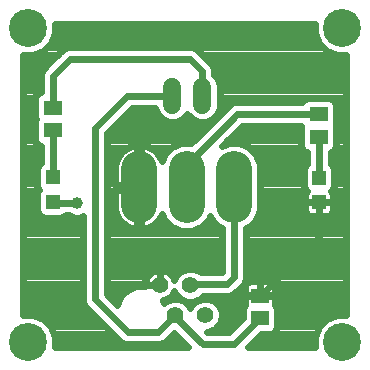
<source format=gtl>
G75*
%MOIN*%
%OFA0B0*%
%FSLAX24Y24*%
%IPPOS*%
%LPD*%
%AMOC8*
5,1,8,0,0,1.08239X$1,22.5*
%
%ADD10C,0.0560*%
%ADD11C,0.0594*%
%ADD12C,0.1185*%
%ADD13R,0.0591X0.0512*%
%ADD14R,0.0630X0.0512*%
%ADD15R,0.0472X0.0472*%
%ADD16C,0.0240*%
%ADD17C,0.0396*%
%ADD18C,0.1266*%
D10*
X005259Y002787D03*
X006259Y002787D03*
X005759Y001787D03*
X006759Y001787D03*
D11*
X006669Y008801D02*
X006669Y009395D01*
X005669Y009395D02*
X005669Y008801D01*
D12*
X006141Y006647D02*
X006141Y005462D01*
X004561Y005462D02*
X004561Y006647D01*
X007721Y006647D02*
X007721Y005462D01*
D13*
X008590Y002440D03*
X008590Y001692D03*
D14*
X010543Y007736D03*
X010543Y008484D03*
X001677Y008704D03*
X001677Y007956D03*
D15*
X001677Y006381D03*
X001677Y005555D03*
X010555Y005547D03*
X010555Y006374D03*
D16*
X010543Y006385D01*
X010543Y007736D01*
X010940Y007214D02*
X011015Y007245D01*
X011093Y007323D01*
X011135Y007425D01*
X011135Y008047D01*
X011109Y008110D01*
X011135Y008173D01*
X011135Y008795D01*
X011093Y008897D01*
X011015Y008975D01*
X010913Y009017D01*
X010173Y009017D01*
X010071Y008975D01*
X009993Y008897D01*
X009986Y008881D01*
X007735Y008881D01*
X007589Y008821D01*
X007478Y008709D01*
X006286Y007517D01*
X005968Y007517D01*
X005648Y007385D01*
X005404Y007140D01*
X005320Y006938D01*
X005292Y007007D01*
X005238Y007100D01*
X005173Y007184D01*
X005098Y007259D01*
X005014Y007324D01*
X004921Y007377D01*
X004823Y007418D01*
X004720Y007446D01*
X004639Y007456D01*
X004639Y006132D01*
X004484Y006132D01*
X004484Y007456D01*
X004402Y007446D01*
X004300Y007418D01*
X004201Y007377D01*
X004109Y007324D01*
X004024Y007259D01*
X003949Y007184D01*
X003884Y007100D01*
X003831Y007007D01*
X003790Y006909D01*
X003763Y006806D01*
X003749Y006700D01*
X003749Y006132D01*
X004484Y006132D01*
X004484Y005977D01*
X004639Y005977D01*
X004639Y004653D01*
X004720Y004664D01*
X004823Y004691D01*
X004921Y004732D01*
X005014Y004785D01*
X005098Y004850D01*
X005173Y004925D01*
X005238Y005010D01*
X005292Y005102D01*
X005320Y005171D01*
X005404Y004969D01*
X005648Y004725D01*
X005968Y004592D01*
X006314Y004592D01*
X006634Y004725D01*
X006879Y004969D01*
X006931Y005096D01*
X006984Y004969D01*
X007228Y004725D01*
X007324Y004685D01*
X007324Y003225D01*
X007316Y003217D01*
X006617Y003217D01*
X006575Y003260D01*
X006370Y003344D01*
X006148Y003344D01*
X005944Y003260D01*
X005787Y003103D01*
X005728Y002962D01*
X005723Y002979D01*
X005687Y003049D01*
X005641Y003113D01*
X005585Y003168D01*
X005521Y003215D01*
X005451Y003250D01*
X005376Y003275D01*
X005299Y003287D01*
X005259Y003287D01*
X005220Y003287D01*
X005142Y003275D01*
X005067Y003250D01*
X004997Y003215D01*
X004934Y003168D01*
X004878Y003113D01*
X004832Y003049D01*
X004796Y002979D01*
X004772Y002904D01*
X004759Y002826D01*
X004759Y002787D01*
X005259Y002787D01*
X005259Y002787D01*
X004759Y002787D01*
X004759Y002748D01*
X004760Y002746D01*
X004459Y002746D01*
X004160Y002622D01*
X003930Y002392D01*
X003825Y002138D01*
X003478Y002485D01*
X003478Y007855D01*
X004323Y008700D01*
X005094Y008700D01*
X005094Y008687D01*
X005182Y008476D01*
X005343Y008314D01*
X005555Y008227D01*
X005783Y008227D01*
X005994Y008314D01*
X006156Y008476D01*
X006169Y008507D01*
X006182Y008476D01*
X006343Y008314D01*
X006555Y008227D01*
X006783Y008227D01*
X006994Y008314D01*
X007156Y008476D01*
X007243Y008687D01*
X007243Y009509D01*
X007156Y009720D01*
X007066Y009810D01*
X007066Y009992D01*
X007006Y010138D01*
X006581Y010563D01*
X006581Y010563D01*
X006469Y010675D01*
X006323Y010736D01*
X002188Y010736D01*
X002042Y010675D01*
X001930Y010563D01*
X001452Y010085D01*
X001340Y009973D01*
X001279Y009827D01*
X001279Y009226D01*
X001205Y009195D01*
X001126Y009117D01*
X001084Y009015D01*
X001084Y008393D01*
X001110Y008330D01*
X001084Y008267D01*
X001084Y007645D01*
X001126Y007543D01*
X001205Y007465D01*
X001279Y007434D01*
X001279Y006849D01*
X001205Y006775D01*
X001163Y006673D01*
X001163Y006090D01*
X001205Y005988D01*
X001225Y005968D01*
X001205Y005948D01*
X001163Y005846D01*
X001163Y005263D01*
X001205Y005161D01*
X001283Y005083D01*
X001385Y005041D01*
X001968Y005041D01*
X002070Y005083D01*
X002109Y005123D01*
X002206Y005123D01*
X002211Y005117D01*
X002386Y005044D01*
X002575Y005044D01*
X002683Y005089D01*
X002683Y002241D01*
X002744Y002095D01*
X003844Y000995D01*
X003955Y000883D01*
X004102Y000823D01*
X005272Y000823D01*
X005418Y000883D01*
X005737Y001202D01*
X006199Y000740D01*
X001760Y000740D01*
X001760Y001070D01*
X001622Y001405D01*
X001366Y001661D01*
X001031Y001800D01*
X000701Y001800D01*
X000701Y010451D01*
X001031Y010451D01*
X001366Y010590D01*
X001622Y010846D01*
X001760Y011181D01*
X001760Y011511D01*
X010412Y011511D01*
X010412Y011181D01*
X010550Y010846D01*
X010807Y010590D01*
X011141Y010451D01*
X011472Y010451D01*
X011472Y001800D01*
X011141Y001800D01*
X010807Y001661D01*
X010550Y001405D01*
X010412Y001070D01*
X010412Y000740D01*
X008200Y000740D01*
X008619Y001159D01*
X008941Y001159D01*
X009043Y001201D01*
X009121Y001279D01*
X009163Y001381D01*
X009163Y002004D01*
X009121Y002106D01*
X009098Y002128D01*
X011472Y002128D01*
X011472Y001890D02*
X009163Y001890D01*
X009163Y001651D02*
X010796Y001651D01*
X010558Y001413D02*
X009163Y001413D01*
X008977Y001174D02*
X010455Y001174D01*
X010412Y000936D02*
X008395Y000936D01*
X007718Y000820D02*
X008590Y001692D01*
X008082Y002128D02*
X008060Y002106D01*
X008017Y002004D01*
X008017Y001682D01*
X007553Y001217D01*
X006845Y001217D01*
X006833Y001229D01*
X006870Y001229D01*
X007075Y001314D01*
X007232Y001471D01*
X007317Y001676D01*
X007317Y001898D01*
X007232Y002103D01*
X007075Y002260D01*
X006870Y002344D01*
X006648Y002344D01*
X006444Y002260D01*
X006287Y002103D01*
X006259Y002037D01*
X006232Y002103D01*
X006075Y002260D01*
X005870Y002344D01*
X005648Y002344D01*
X005444Y002260D01*
X005390Y002206D01*
X005353Y002296D01*
X005376Y002299D01*
X005451Y002324D01*
X005521Y002359D01*
X005585Y002406D01*
X005641Y002461D01*
X005687Y002525D01*
X005723Y002595D01*
X005728Y002612D01*
X005787Y002471D01*
X005944Y002314D01*
X006148Y002229D01*
X006370Y002229D01*
X006575Y002314D01*
X006683Y002423D01*
X007560Y002423D01*
X007706Y002483D01*
X007818Y002595D01*
X008058Y002835D01*
X008119Y002982D01*
X008119Y004685D01*
X008214Y004725D01*
X008459Y004969D01*
X008591Y005289D01*
X008591Y006820D01*
X008459Y007140D01*
X008214Y007385D01*
X007894Y007517D01*
X007548Y007517D01*
X007312Y007419D01*
X007979Y008086D01*
X009967Y008086D01*
X009950Y008047D01*
X009950Y007425D01*
X009993Y007323D01*
X010071Y007245D01*
X010145Y007214D01*
X010145Y006829D01*
X010083Y006767D01*
X010041Y006665D01*
X010041Y006082D01*
X010083Y005980D01*
X010144Y005920D01*
X010142Y005918D01*
X010113Y005868D01*
X010098Y005812D01*
X010098Y005547D01*
X010555Y005547D01*
X011011Y005547D01*
X011011Y005812D01*
X010996Y005868D01*
X010967Y005918D01*
X010965Y005920D01*
X011026Y005980D01*
X011068Y006082D01*
X011068Y006665D01*
X011026Y006767D01*
X010948Y006845D01*
X010940Y006848D01*
X010940Y007214D01*
X010940Y007137D02*
X011472Y007137D01*
X011472Y007375D02*
X011115Y007375D01*
X011135Y007614D02*
X011472Y007614D01*
X011472Y007852D02*
X011135Y007852D01*
X011117Y008091D02*
X011472Y008091D01*
X011472Y008329D02*
X011135Y008329D01*
X011135Y008568D02*
X011472Y008568D01*
X011472Y008806D02*
X011131Y008806D01*
X011472Y009045D02*
X007243Y009045D01*
X007243Y009283D02*
X011472Y009283D01*
X011472Y009522D02*
X007238Y009522D01*
X007116Y009760D02*
X011472Y009760D01*
X011472Y009999D02*
X007064Y009999D01*
X006907Y010237D02*
X011472Y010237D01*
X011083Y010476D02*
X006668Y010476D01*
X006375Y010714D02*
X010682Y010714D01*
X010506Y010953D02*
X001666Y010953D01*
X001760Y011191D02*
X010412Y011191D01*
X010412Y011430D02*
X001760Y011430D01*
X001490Y010714D02*
X002136Y010714D01*
X001843Y010476D02*
X001090Y010476D01*
X000701Y010237D02*
X001604Y010237D01*
X001452Y010085D02*
X001452Y010085D01*
X001366Y009999D02*
X000701Y009999D01*
X000701Y009760D02*
X001279Y009760D01*
X001279Y009522D02*
X000701Y009522D01*
X000701Y009283D02*
X001279Y009283D01*
X001096Y009045D02*
X000701Y009045D01*
X000701Y008806D02*
X001084Y008806D01*
X001084Y008568D02*
X000701Y008568D01*
X000701Y008329D02*
X001110Y008329D01*
X001084Y008091D02*
X000701Y008091D01*
X000701Y007852D02*
X001084Y007852D01*
X001097Y007614D02*
X000701Y007614D01*
X000701Y007375D02*
X001279Y007375D01*
X001279Y007137D02*
X000701Y007137D01*
X000701Y006898D02*
X001279Y006898D01*
X001163Y006660D02*
X000701Y006660D01*
X000701Y006421D02*
X001163Y006421D01*
X001163Y006183D02*
X000701Y006183D01*
X000701Y005944D02*
X001204Y005944D01*
X001163Y005706D02*
X000701Y005706D01*
X000701Y005467D02*
X001163Y005467D01*
X001177Y005229D02*
X000701Y005229D01*
X000701Y004990D02*
X002683Y004990D01*
X002683Y004752D02*
X000701Y004752D01*
X000701Y004513D02*
X002683Y004513D01*
X002683Y004275D02*
X000701Y004275D01*
X000701Y004036D02*
X002683Y004036D01*
X002683Y003798D02*
X000701Y003798D01*
X000701Y003559D02*
X002683Y003559D01*
X002683Y003321D02*
X000701Y003321D01*
X000701Y003082D02*
X002683Y003082D01*
X002683Y002844D02*
X000701Y002844D01*
X000701Y002605D02*
X002683Y002605D01*
X002683Y002367D02*
X000701Y002367D01*
X000701Y002128D02*
X002730Y002128D01*
X002949Y001890D02*
X000701Y001890D01*
X001376Y001651D02*
X003188Y001651D01*
X003426Y001413D02*
X001614Y001413D01*
X001718Y001174D02*
X003665Y001174D01*
X003903Y000936D02*
X001760Y000936D01*
X003081Y002320D02*
X004181Y001220D01*
X005192Y001220D01*
X005759Y001787D01*
X005759Y001741D01*
X006681Y000820D01*
X007718Y000820D01*
X007748Y001413D02*
X007173Y001413D01*
X007306Y001651D02*
X007987Y001651D01*
X008017Y001890D02*
X007317Y001890D01*
X007207Y002128D02*
X008082Y002128D01*
X008075Y002156D01*
X008075Y002433D01*
X008582Y002433D01*
X008582Y002448D01*
X008075Y002448D01*
X008075Y002725D01*
X008090Y002781D01*
X008119Y002831D01*
X008160Y002872D01*
X008210Y002901D01*
X008266Y002916D01*
X008582Y002916D01*
X008582Y002448D01*
X008598Y002448D01*
X009105Y002448D01*
X009105Y002725D01*
X009090Y002781D01*
X009061Y002831D01*
X009020Y002872D01*
X008970Y002901D01*
X008914Y002916D01*
X008598Y002916D01*
X008598Y002448D01*
X008598Y002433D01*
X009105Y002433D01*
X009105Y002156D01*
X009098Y002128D01*
X009105Y002367D02*
X011472Y002367D01*
X011472Y002605D02*
X009105Y002605D01*
X009049Y002844D02*
X011472Y002844D01*
X011472Y003082D02*
X008119Y003082D01*
X008119Y003321D02*
X011472Y003321D01*
X011472Y003559D02*
X008119Y003559D01*
X008119Y003798D02*
X011472Y003798D01*
X011472Y004036D02*
X008119Y004036D01*
X008119Y004275D02*
X011472Y004275D01*
X011472Y004513D02*
X008119Y004513D01*
X008241Y004752D02*
X011472Y004752D01*
X011472Y004990D02*
X008467Y004990D01*
X008566Y005229D02*
X010113Y005229D01*
X010113Y005226D02*
X010142Y005175D01*
X010183Y005135D01*
X010234Y005106D01*
X010289Y005091D01*
X010555Y005091D01*
X010820Y005091D01*
X010876Y005106D01*
X010926Y005135D01*
X010967Y005175D01*
X010996Y005226D01*
X011011Y005282D01*
X011011Y005547D01*
X010555Y005547D01*
X010555Y005547D01*
X010555Y004405D01*
X008590Y002440D01*
X008582Y002605D02*
X008598Y002605D01*
X008582Y002844D02*
X008598Y002844D01*
X008131Y002844D02*
X008062Y002844D01*
X008075Y002605D02*
X007828Y002605D01*
X008075Y002367D02*
X006627Y002367D01*
X006312Y002128D02*
X006207Y002128D01*
X005891Y002367D02*
X005531Y002367D01*
X005726Y002605D02*
X005731Y002605D01*
X005259Y002787D02*
X005259Y002787D01*
X005259Y003287D01*
X005259Y002787D01*
X005259Y002844D02*
X005259Y002844D01*
X005259Y003082D02*
X005259Y003082D01*
X005663Y003082D02*
X005778Y003082D01*
X006091Y003321D02*
X003478Y003321D01*
X003478Y003559D02*
X007324Y003559D01*
X007324Y003798D02*
X003478Y003798D01*
X003478Y004036D02*
X007324Y004036D01*
X007324Y004275D02*
X003478Y004275D01*
X003478Y004513D02*
X007324Y004513D01*
X007202Y004752D02*
X006661Y004752D01*
X006887Y004990D02*
X006975Y004990D01*
X007721Y006055D02*
X007721Y003061D01*
X007481Y002820D01*
X006292Y002820D01*
X006259Y002787D01*
X006428Y003321D02*
X007324Y003321D01*
X005622Y004752D02*
X004955Y004752D01*
X005223Y004990D02*
X005395Y004990D01*
X004639Y004990D02*
X004484Y004990D01*
X004484Y004752D02*
X004639Y004752D01*
X004484Y004653D02*
X004484Y005977D01*
X003749Y005977D01*
X003749Y005409D01*
X003763Y005303D01*
X003790Y005200D01*
X003831Y005102D01*
X003884Y005010D01*
X003949Y004925D01*
X004024Y004850D01*
X004109Y004785D01*
X004201Y004732D01*
X004300Y004691D01*
X004402Y004664D01*
X004484Y004653D01*
X004167Y004752D02*
X003478Y004752D01*
X003478Y004990D02*
X003899Y004990D01*
X003783Y005229D02*
X003478Y005229D01*
X003478Y005467D02*
X003749Y005467D01*
X003749Y005706D02*
X003478Y005706D01*
X003478Y005944D02*
X003749Y005944D01*
X003749Y006183D02*
X003478Y006183D01*
X003478Y006421D02*
X003749Y006421D01*
X003749Y006660D02*
X003478Y006660D01*
X003478Y006898D02*
X003787Y006898D01*
X003913Y007137D02*
X003478Y007137D01*
X003478Y007375D02*
X004197Y007375D01*
X004484Y007375D02*
X004639Y007375D01*
X004639Y007137D02*
X004484Y007137D01*
X004484Y006898D02*
X004639Y006898D01*
X004639Y006660D02*
X004484Y006660D01*
X004484Y006421D02*
X004639Y006421D01*
X004639Y006183D02*
X004484Y006183D01*
X004484Y005944D02*
X004639Y005944D01*
X004639Y005706D02*
X004484Y005706D01*
X004484Y005467D02*
X004639Y005467D01*
X004639Y005229D02*
X004484Y005229D01*
X006141Y006055D02*
X006141Y006811D01*
X007814Y008484D01*
X010543Y008484D01*
X009950Y007852D02*
X007745Y007852D01*
X007506Y007614D02*
X009950Y007614D01*
X009971Y007375D02*
X008224Y007375D01*
X008460Y007137D02*
X010145Y007137D01*
X010145Y006898D02*
X008559Y006898D01*
X008591Y006660D02*
X010041Y006660D01*
X010041Y006421D02*
X008591Y006421D01*
X008591Y006183D02*
X010041Y006183D01*
X010119Y005944D02*
X008591Y005944D01*
X008591Y005706D02*
X010098Y005706D01*
X010098Y005547D02*
X010098Y005282D01*
X010113Y005226D01*
X010098Y005467D02*
X008591Y005467D01*
X010098Y005547D02*
X010555Y005547D01*
X010555Y005091D01*
X010555Y005547D01*
X010555Y005547D01*
X010555Y005547D01*
X010555Y005467D02*
X010555Y005467D01*
X010555Y005229D02*
X010555Y005229D01*
X010997Y005229D02*
X011472Y005229D01*
X011472Y005467D02*
X011011Y005467D01*
X011011Y005706D02*
X011472Y005706D01*
X011472Y005944D02*
X010990Y005944D01*
X011068Y006183D02*
X011472Y006183D01*
X011472Y006421D02*
X011068Y006421D01*
X011068Y006660D02*
X011472Y006660D01*
X011472Y006898D02*
X010940Y006898D01*
X007575Y008806D02*
X007243Y008806D01*
X007194Y008568D02*
X007336Y008568D01*
X007098Y008329D02*
X007009Y008329D01*
X006859Y008091D02*
X003713Y008091D01*
X003478Y007852D02*
X006621Y007852D01*
X006382Y007614D02*
X003478Y007614D01*
X003081Y008020D02*
X003081Y002320D01*
X003478Y002605D02*
X004143Y002605D01*
X003920Y002367D02*
X003596Y002367D01*
X003478Y002844D02*
X004762Y002844D01*
X004856Y003082D02*
X003478Y003082D01*
X005470Y000936D02*
X006003Y000936D01*
X005765Y001174D02*
X005709Y001174D01*
X002481Y005520D02*
X001711Y005520D01*
X001677Y005555D01*
X001677Y006381D02*
X001677Y007956D01*
X001677Y008704D02*
X001677Y009748D01*
X002267Y010338D01*
X006244Y010338D01*
X006669Y009913D01*
X006669Y009098D01*
X006329Y008329D02*
X006009Y008329D01*
X005329Y008329D02*
X003952Y008329D01*
X004190Y008568D02*
X005144Y008568D01*
X005669Y009098D02*
X004159Y009098D01*
X003081Y008020D01*
X004926Y007375D02*
X005639Y007375D01*
X005402Y007137D02*
X005210Y007137D01*
D17*
X002481Y005520D03*
D18*
X000850Y000889D03*
X000850Y011362D03*
X011322Y011362D03*
X011322Y000889D03*
M02*

</source>
